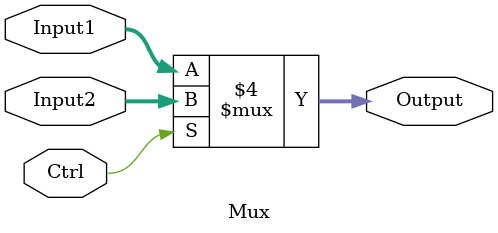
<source format=v>
module Reg_Mux(                //IM和regfile之间的那个多路选择器MUX
	input [4:0]  R,            //输入端口一，对应IM输出指令的20-16位
	input [4:0]  W,            //输入端口二，对应IM输出指令的15-11位
	input        ctrl,         //多路选择器的控制信号，做标准化处理
	output [4:0] result        //多路选择器的输出信号
);
	reg [4:0] result;

	always @(*)                //根据多路选择器的控制信号进行选择不一样的信号
		if(ctrl == 0)          
			result = R;
		else if(ctrl == 1)
			result = W;
				
endmodule

module Mux(                    //两个32位输入，一个32位输出的多路选择器
	input [31:0]  Input1,      //32位的输入端口一
	input [31:0]  Input2,      //32位的输入端口二
	input         Ctrl,        //多路选择器的控制信号
	output [31:0] Output       //32位的输出端口
);
    reg [31:0] Output;
	always @(*)                ////根据多路选择器的控制信号进行选择不一样的信号
		if(Ctrl == 1'b0)
			Output = Input1;
		else 
			Output = Input2;
endmodule


</source>
